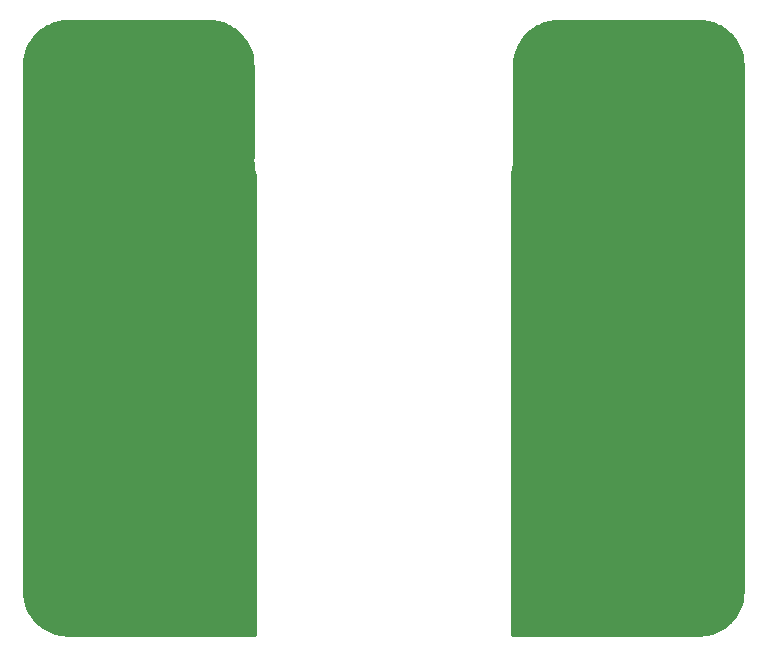
<source format=gbr>
%TF.GenerationSoftware,KiCad,Pcbnew,6.0.2+dfsg-1*%
%TF.CreationDate,2023-05-15T17:13:39+02:00*%
%TF.ProjectId,dclink,64636c69-6e6b-42e6-9b69-6361645f7063,V0*%
%TF.SameCoordinates,Original*%
%TF.FileFunction,Copper,L2,Bot*%
%TF.FilePolarity,Positive*%
%FSLAX46Y46*%
G04 Gerber Fmt 4.6, Leading zero omitted, Abs format (unit mm)*
G04 Created by KiCad (PCBNEW 6.0.2+dfsg-1) date 2023-05-15 17:13:39*
%MOMM*%
%LPD*%
G01*
G04 APERTURE LIST*
%TA.AperFunction,ComponentPad*%
%ADD10C,12.200000*%
%TD*%
%TA.AperFunction,ComponentPad*%
%ADD11C,4.000000*%
%TD*%
%TA.AperFunction,ViaPad*%
%ADD12C,0.800000*%
%TD*%
G04 APERTURE END LIST*
D10*
%TO.P, ,1*%
%TO.N,GND*%
X129350000Y-86000000D03*
%TO.P, ,2*%
%TO.N,VDC*%
X170350000Y-86000000D03*
%TD*%
D11*
%TO.P, ,1,GND*%
%TO.N,VDC*%
X176100000Y-121800000D03*
%TO.P, ,2,GND*%
%TO.N,GND*%
X123600000Y-121800000D03*
%TO.P, ,3,SUP*%
%TO.N,VDC*%
X176100000Y-101800000D03*
%TO.P, ,4,GND*%
%TO.N,GND*%
X123600000Y-101800000D03*
%TD*%
D12*
%TO.N,GND*%
X122390000Y-95545654D03*
X128290000Y-104958699D03*
X123490000Y-117447409D03*
X121100000Y-100797827D03*
X127190000Y-101800425D03*
X127190000Y-97635207D03*
X129590000Y-103883034D03*
X128290000Y-111206526D03*
X129590000Y-112213470D03*
X131990000Y-103887380D03*
X123490000Y-113282191D03*
X131990000Y-124713470D03*
X127190000Y-126791733D03*
X125890000Y-96632609D03*
X130690000Y-121619571D03*
X128290000Y-125784789D03*
X124790000Y-114300425D03*
X122390000Y-128867399D03*
X131990000Y-112217816D03*
X125890000Y-102880436D03*
X121100000Y-119541308D03*
X128290000Y-115371744D03*
X123490000Y-115364800D03*
X127190000Y-116378688D03*
X129590000Y-108048252D03*
X123490000Y-127860455D03*
X121100000Y-123706526D03*
X131990000Y-118465643D03*
X131990000Y-105969989D03*
X130690000Y-127867399D03*
X130690000Y-111206526D03*
X128290000Y-94545654D03*
X131990000Y-128878689D03*
X121100000Y-107045654D03*
X124790000Y-124713470D03*
X128290000Y-123702180D03*
X121100000Y-115376090D03*
X124790000Y-99722162D03*
X122390000Y-116371744D03*
X122390000Y-97628263D03*
X123490000Y-123695236D03*
X130690000Y-102876090D03*
X123490000Y-109116973D03*
X130690000Y-123702180D03*
X123490000Y-125777845D03*
X124790000Y-128878689D03*
X130690000Y-104958699D03*
X131990000Y-99722162D03*
X127190000Y-103883034D03*
X121100000Y-113293481D03*
X128290000Y-119536962D03*
X125890000Y-111210872D03*
X131990000Y-116383034D03*
X127190000Y-128874343D03*
X123490000Y-111199582D03*
X127190000Y-122626515D03*
X127190000Y-114296079D03*
X125890000Y-123706526D03*
X128290000Y-121619571D03*
X121100000Y-94550000D03*
X124790000Y-105969989D03*
X122390000Y-118454353D03*
X128290000Y-107041308D03*
X128290000Y-109123917D03*
X122390000Y-103876090D03*
X127190000Y-112213470D03*
X130690000Y-96628263D03*
X131990000Y-126796079D03*
X130690000Y-94545654D03*
X124790000Y-95556944D03*
X129590000Y-116378688D03*
X131990000Y-108052598D03*
X131990000Y-101804771D03*
X131990000Y-120548252D03*
X125890000Y-117458699D03*
X129590000Y-118461297D03*
X125890000Y-125789135D03*
X123490000Y-119530018D03*
X130690000Y-107041308D03*
X130690000Y-115371744D03*
X124790000Y-110135207D03*
X129590000Y-99717816D03*
X125890000Y-109128263D03*
X122390000Y-110123917D03*
X125890000Y-104963045D03*
X121100000Y-109128263D03*
X121100000Y-117458699D03*
X131990000Y-114300425D03*
X130690000Y-98710872D03*
X125890000Y-121623917D03*
X128290000Y-127867399D03*
X127190000Y-124709124D03*
X127190000Y-99717816D03*
X129590000Y-97635207D03*
X131990000Y-110135207D03*
X125890000Y-119541308D03*
X128290000Y-96628263D03*
X131990000Y-122630861D03*
X123490000Y-104951755D03*
X128290000Y-98710872D03*
X130690000Y-109123917D03*
X128290000Y-100793481D03*
X124790000Y-112217816D03*
X130690000Y-100793481D03*
X129590000Y-110130861D03*
X121100000Y-98715218D03*
X131990000Y-95556944D03*
X122390000Y-105958699D03*
X130690000Y-113289135D03*
X129590000Y-105965643D03*
X121100000Y-102880436D03*
X121100000Y-111210872D03*
X129590000Y-126791733D03*
X129590000Y-95552598D03*
X125890000Y-127871745D03*
X124790000Y-126796079D03*
X123490000Y-96621319D03*
X128290000Y-102876090D03*
X122390000Y-108041308D03*
X127190000Y-120543906D03*
X123490000Y-94538710D03*
X125890000Y-94550000D03*
X124790000Y-118465643D03*
X129590000Y-101800425D03*
X124790000Y-103887380D03*
X129590000Y-124709124D03*
X131990000Y-97639553D03*
X128290000Y-117454353D03*
X121100000Y-125789135D03*
X122390000Y-99710872D03*
X127190000Y-118461297D03*
X129590000Y-120543906D03*
X123490000Y-107034364D03*
X121100000Y-96632609D03*
X125890000Y-100797827D03*
X121100000Y-127871745D03*
X125890000Y-115376090D03*
X129590000Y-114296079D03*
X124790000Y-116383034D03*
X121100000Y-104963045D03*
X122390000Y-126784789D03*
X124790000Y-108052598D03*
X125890000Y-98715218D03*
X122390000Y-112206526D03*
X127190000Y-95552598D03*
X127190000Y-110130861D03*
X127190000Y-105965643D03*
X125890000Y-113293481D03*
X130690000Y-117454353D03*
X125890000Y-107045654D03*
X130690000Y-125784789D03*
X129590000Y-122626515D03*
X130690000Y-119536962D03*
X121100000Y-121623917D03*
X123490000Y-98703928D03*
X128290000Y-113289135D03*
X129590000Y-128874343D03*
X127190000Y-108048252D03*
X124790000Y-97639553D03*
X122390000Y-124702180D03*
X122390000Y-114289135D03*
%TO.N,VDC*%
X167710000Y-97639553D03*
X170110000Y-122626515D03*
X178600000Y-98715218D03*
X170110000Y-95552598D03*
X176210000Y-94538710D03*
X177310000Y-97628263D03*
X174910000Y-105969989D03*
X170110000Y-118461297D03*
X173810000Y-117458699D03*
X178600000Y-117458699D03*
X170110000Y-101800425D03*
X167710000Y-103887380D03*
X178600000Y-109128263D03*
X167710000Y-122630861D03*
X171410000Y-111206526D03*
X171410000Y-107041308D03*
X176210000Y-119530018D03*
X174910000Y-108052598D03*
X174960000Y-128878689D03*
X170110000Y-120543906D03*
X172510000Y-105965643D03*
X169010000Y-125784789D03*
X171410000Y-104958699D03*
X176210000Y-98703928D03*
X167710000Y-114300425D03*
X171410000Y-102876090D03*
X171410000Y-123702180D03*
X170110000Y-126791733D03*
X170110000Y-110130861D03*
X174910000Y-99722162D03*
X171410000Y-100793481D03*
X176210000Y-123695236D03*
X167710000Y-116383034D03*
X167710000Y-101804771D03*
X173810000Y-123706526D03*
X167710000Y-118465643D03*
X167710000Y-110135207D03*
X178600000Y-121623917D03*
X176210000Y-109116973D03*
X177360000Y-128867399D03*
X174910000Y-118465643D03*
X178600000Y-123706526D03*
X170110000Y-116378688D03*
X176210000Y-127860455D03*
X173810000Y-98715218D03*
X173810000Y-119541308D03*
X176210000Y-107034364D03*
X177310000Y-124702180D03*
X167710000Y-105969989D03*
X169010000Y-117454353D03*
X178600000Y-111210872D03*
X167710000Y-120548252D03*
X170110000Y-114296079D03*
X178600000Y-125789135D03*
X169010000Y-104958699D03*
X173810000Y-115376090D03*
X167710000Y-124713470D03*
X171410000Y-127867399D03*
X177310000Y-114289135D03*
X176210000Y-125777845D03*
X177310000Y-103876090D03*
X170110000Y-99717816D03*
X174910000Y-124713470D03*
X170110000Y-103883034D03*
X172510000Y-116378688D03*
X178600000Y-94550000D03*
X173810000Y-104963045D03*
X177310000Y-126784789D03*
X171410000Y-98710872D03*
X169010000Y-121619571D03*
X171410000Y-119536962D03*
X177310000Y-112206526D03*
X172510000Y-95552598D03*
X171410000Y-113289135D03*
X172510000Y-110130861D03*
X176210000Y-104951755D03*
X172510000Y-126791733D03*
X169010000Y-123702180D03*
X167760000Y-128878689D03*
X178600000Y-96632609D03*
X172510000Y-101800425D03*
X173810000Y-125789135D03*
X177310000Y-118454353D03*
X169010000Y-113289135D03*
X167710000Y-126796079D03*
X178600000Y-119541308D03*
X173810000Y-109128263D03*
X177310000Y-105958699D03*
X173810000Y-102880436D03*
X174910000Y-103887380D03*
X174910000Y-112217816D03*
X167710000Y-99722162D03*
X173810000Y-127871745D03*
X172560000Y-128874343D03*
X170110000Y-112213470D03*
X169010000Y-100793481D03*
X178600000Y-104963045D03*
X171410000Y-117454353D03*
X172510000Y-120543906D03*
X169010000Y-127867399D03*
X170110000Y-124709124D03*
X169010000Y-115371744D03*
X173810000Y-107045654D03*
X174910000Y-116383034D03*
X178600000Y-127871745D03*
X171410000Y-115371744D03*
X177310000Y-99710872D03*
X167710000Y-108052598D03*
X174910000Y-95556944D03*
X172510000Y-118461297D03*
X169010000Y-111206526D03*
X171410000Y-96628263D03*
X174910000Y-110135207D03*
X177310000Y-110123917D03*
X178600000Y-113293481D03*
X173810000Y-100797827D03*
X169010000Y-98710872D03*
X177310000Y-116371744D03*
X171410000Y-121619571D03*
X172510000Y-122626515D03*
X178600000Y-100797827D03*
X174910000Y-97639553D03*
X169010000Y-109123917D03*
X176210000Y-115364800D03*
X170110000Y-97635207D03*
X172510000Y-124709124D03*
X170110000Y-108048252D03*
X172510000Y-103883034D03*
X167710000Y-112217816D03*
X176210000Y-96621319D03*
X169010000Y-96628263D03*
X173810000Y-121623917D03*
X167710000Y-95556944D03*
X177310000Y-95545654D03*
X174910000Y-114300425D03*
X176210000Y-117447409D03*
X172510000Y-97635207D03*
X173810000Y-96632609D03*
X176210000Y-111199582D03*
X170110000Y-105965643D03*
X176210000Y-113282191D03*
X178600000Y-115376090D03*
X169010000Y-102876090D03*
X177310000Y-108041308D03*
X171410000Y-125784789D03*
X178600000Y-107045654D03*
X169010000Y-107041308D03*
X174910000Y-126796079D03*
X173810000Y-113293481D03*
X170160000Y-128874343D03*
X172510000Y-114296079D03*
X171410000Y-94545654D03*
X178600000Y-102880436D03*
X172510000Y-112213470D03*
X173810000Y-94550000D03*
X169010000Y-94545654D03*
X173810000Y-111210872D03*
X169010000Y-119536962D03*
X171410000Y-109123917D03*
X172510000Y-99717816D03*
X172510000Y-108048252D03*
%TD*%
%TA.AperFunction,Conductor*%
%TO.N,VDC*%
G36*
X176580182Y-78701953D02*
G01*
X176585813Y-78701963D01*
X176599642Y-78705143D01*
X176613482Y-78702011D01*
X176627670Y-78702036D01*
X176627669Y-78702435D01*
X176635577Y-78701748D01*
X176769159Y-78708310D01*
X176966287Y-78717994D01*
X176978583Y-78719205D01*
X177335219Y-78772108D01*
X177347341Y-78774518D01*
X177448660Y-78799897D01*
X177697076Y-78862123D01*
X177708908Y-78865712D01*
X178048369Y-78987173D01*
X178059793Y-78991905D01*
X178238922Y-79076626D01*
X178385718Y-79146055D01*
X178396619Y-79151882D01*
X178705861Y-79337235D01*
X178716142Y-79344105D01*
X179005722Y-79558873D01*
X179015280Y-79566717D01*
X179282419Y-79808837D01*
X179291163Y-79817581D01*
X179533283Y-80084720D01*
X179541127Y-80094278D01*
X179755895Y-80383858D01*
X179762765Y-80394139D01*
X179948118Y-80703381D01*
X179953947Y-80714286D01*
X180108095Y-81040207D01*
X180112827Y-81051631D01*
X180234288Y-81391092D01*
X180237877Y-81402924D01*
X180325481Y-81752656D01*
X180327892Y-81764781D01*
X180379407Y-82112059D01*
X180380794Y-82121412D01*
X180382006Y-82133718D01*
X180398224Y-82463857D01*
X180397535Y-82471624D01*
X180398062Y-82471625D01*
X180398037Y-82485812D01*
X180394857Y-82499642D01*
X180397989Y-82513482D01*
X180397980Y-82518372D01*
X180400000Y-82536448D01*
X180400000Y-127062976D01*
X180398047Y-127080182D01*
X180398037Y-127085813D01*
X180394857Y-127099642D01*
X180397989Y-127113482D01*
X180397964Y-127127670D01*
X180397565Y-127127669D01*
X180398252Y-127135577D01*
X180382006Y-127466282D01*
X180380795Y-127478583D01*
X180327893Y-127835216D01*
X180325481Y-127847344D01*
X180237877Y-128197076D01*
X180234288Y-128208908D01*
X180112827Y-128548369D01*
X180108095Y-128559793D01*
X179953947Y-128885714D01*
X179948118Y-128896619D01*
X179762765Y-129205861D01*
X179755895Y-129216142D01*
X179541127Y-129505722D01*
X179533283Y-129515280D01*
X179291163Y-129782419D01*
X179282419Y-129791163D01*
X179015280Y-130033283D01*
X179005722Y-130041127D01*
X178716142Y-130255895D01*
X178705861Y-130262765D01*
X178396619Y-130448118D01*
X178385718Y-130453945D01*
X178238922Y-130523374D01*
X178059793Y-130608095D01*
X178048369Y-130612827D01*
X177708908Y-130734288D01*
X177697076Y-130737877D01*
X177448660Y-130800103D01*
X177347341Y-130825482D01*
X177335219Y-130827892D01*
X176978583Y-130880795D01*
X176966287Y-130882005D01*
X176790389Y-130890647D01*
X176636143Y-130898224D01*
X176628376Y-130897535D01*
X176628375Y-130898062D01*
X176614188Y-130898037D01*
X176600358Y-130894857D01*
X176586518Y-130897989D01*
X176581628Y-130897980D01*
X176563552Y-130900000D01*
X160734494Y-130900000D01*
X160666373Y-130879998D01*
X160619880Y-130826342D01*
X160608494Y-130774028D01*
X160608487Y-130737877D01*
X160604955Y-114644803D01*
X160599942Y-91802593D01*
X160606474Y-91762524D01*
X160643053Y-91653384D01*
X160643053Y-91653382D01*
X160643982Y-91650612D01*
X160732897Y-91272572D01*
X160786550Y-90887941D01*
X160804281Y-90504430D01*
X160804835Y-90504456D01*
X160804653Y-90502827D01*
X160805142Y-90500716D01*
X160805143Y-90500000D01*
X160803154Y-90491282D01*
X160800000Y-90463267D01*
X160800000Y-82537312D01*
X160803254Y-82508860D01*
X160805142Y-82500716D01*
X160805143Y-82500000D01*
X160803560Y-82493063D01*
X160802769Y-82485990D01*
X160803674Y-82485889D01*
X160801761Y-82464138D01*
X160817994Y-82133717D01*
X160819206Y-82121412D01*
X160820594Y-82112059D01*
X160872108Y-81764781D01*
X160874519Y-81752656D01*
X160962123Y-81402924D01*
X160965712Y-81391092D01*
X161087173Y-81051631D01*
X161091905Y-81040207D01*
X161246053Y-80714286D01*
X161251882Y-80703381D01*
X161437235Y-80394139D01*
X161444105Y-80383858D01*
X161658873Y-80094278D01*
X161666717Y-80084720D01*
X161908837Y-79817581D01*
X161917581Y-79808837D01*
X162184720Y-79566717D01*
X162194278Y-79558873D01*
X162483858Y-79344105D01*
X162494139Y-79337235D01*
X162803381Y-79151882D01*
X162814282Y-79146055D01*
X162961078Y-79076626D01*
X163140207Y-78991905D01*
X163151631Y-78987173D01*
X163491092Y-78865712D01*
X163502924Y-78862123D01*
X163751340Y-78799897D01*
X163852659Y-78774518D01*
X163864781Y-78772108D01*
X164221417Y-78719205D01*
X164233713Y-78717995D01*
X164409611Y-78709353D01*
X164563857Y-78701776D01*
X164571624Y-78702465D01*
X164571625Y-78701938D01*
X164585812Y-78701963D01*
X164599642Y-78705143D01*
X164613482Y-78702011D01*
X164618372Y-78702020D01*
X164636448Y-78700000D01*
X176562976Y-78700000D01*
X176580182Y-78701953D01*
G37*
%TD.AperFunction*%
%TD*%
%TA.AperFunction,Conductor*%
%TO.N,GND*%
G36*
X135080182Y-78701953D02*
G01*
X135085813Y-78701963D01*
X135099642Y-78705143D01*
X135113482Y-78702011D01*
X135127670Y-78702036D01*
X135127669Y-78702435D01*
X135135577Y-78701748D01*
X135269159Y-78708310D01*
X135466287Y-78717994D01*
X135478583Y-78719205D01*
X135835219Y-78772108D01*
X135847341Y-78774518D01*
X135948660Y-78799897D01*
X136197076Y-78862123D01*
X136208908Y-78865712D01*
X136548369Y-78987173D01*
X136559793Y-78991905D01*
X136738922Y-79076626D01*
X136885718Y-79146055D01*
X136896619Y-79151882D01*
X137205861Y-79337235D01*
X137216142Y-79344105D01*
X137505722Y-79558873D01*
X137515280Y-79566717D01*
X137782419Y-79808837D01*
X137791163Y-79817581D01*
X138033283Y-80084720D01*
X138041127Y-80094278D01*
X138255895Y-80383858D01*
X138262765Y-80394139D01*
X138448118Y-80703381D01*
X138453947Y-80714286D01*
X138608095Y-81040207D01*
X138612827Y-81051631D01*
X138734288Y-81391092D01*
X138737877Y-81402924D01*
X138825481Y-81752656D01*
X138827892Y-81764781D01*
X138879407Y-82112059D01*
X138880794Y-82121412D01*
X138882006Y-82133718D01*
X138898224Y-82463857D01*
X138897535Y-82471624D01*
X138898062Y-82471625D01*
X138898037Y-82485812D01*
X138894857Y-82499642D01*
X138897989Y-82513482D01*
X138897980Y-82518372D01*
X138900000Y-82536448D01*
X138900000Y-90462976D01*
X138898047Y-90480181D01*
X138898037Y-90485812D01*
X138894857Y-90499642D01*
X138895662Y-90503199D01*
X138896215Y-90515163D01*
X138896215Y-90515164D01*
X138896388Y-90518895D01*
X138913450Y-90887941D01*
X138967103Y-91272572D01*
X139056018Y-91650612D01*
X139056945Y-91653377D01*
X139124640Y-91855352D01*
X139131172Y-91895494D01*
X139100259Y-130774100D01*
X139080203Y-130842205D01*
X139026510Y-130888655D01*
X138974259Y-130900000D01*
X123137024Y-130900000D01*
X123119818Y-130898047D01*
X123114187Y-130898037D01*
X123100358Y-130894857D01*
X123086518Y-130897989D01*
X123072330Y-130897964D01*
X123072331Y-130897565D01*
X123064423Y-130898252D01*
X122930841Y-130891690D01*
X122733713Y-130882006D01*
X122721417Y-130880795D01*
X122364781Y-130827892D01*
X122352659Y-130825482D01*
X122251340Y-130800103D01*
X122002924Y-130737877D01*
X121991092Y-130734288D01*
X121651631Y-130612827D01*
X121640207Y-130608095D01*
X121461078Y-130523374D01*
X121314282Y-130453945D01*
X121303381Y-130448118D01*
X120994139Y-130262765D01*
X120983858Y-130255895D01*
X120694278Y-130041127D01*
X120684720Y-130033283D01*
X120417581Y-129791163D01*
X120408837Y-129782419D01*
X120166717Y-129515280D01*
X120158873Y-129505722D01*
X119944105Y-129216142D01*
X119937235Y-129205861D01*
X119751882Y-128896619D01*
X119746053Y-128885714D01*
X119591905Y-128559793D01*
X119587173Y-128548369D01*
X119465712Y-128208908D01*
X119462123Y-128197076D01*
X119374519Y-127847344D01*
X119372107Y-127835216D01*
X119319205Y-127478583D01*
X119317994Y-127466283D01*
X119301789Y-127136429D01*
X119303723Y-127114876D01*
X119302714Y-127114760D01*
X119303530Y-127107671D01*
X119305142Y-127100716D01*
X119305143Y-127100000D01*
X119303154Y-127091282D01*
X119300000Y-127063267D01*
X119300000Y-82537312D01*
X119303254Y-82508860D01*
X119305142Y-82500716D01*
X119305143Y-82500000D01*
X119303560Y-82493063D01*
X119302769Y-82485990D01*
X119303674Y-82485889D01*
X119301761Y-82464138D01*
X119317994Y-82133717D01*
X119319206Y-82121412D01*
X119320594Y-82112059D01*
X119372108Y-81764781D01*
X119374519Y-81752656D01*
X119462123Y-81402924D01*
X119465712Y-81391092D01*
X119587173Y-81051631D01*
X119591905Y-81040207D01*
X119746053Y-80714286D01*
X119751882Y-80703381D01*
X119937235Y-80394139D01*
X119944105Y-80383858D01*
X120158873Y-80094278D01*
X120166717Y-80084720D01*
X120408837Y-79817581D01*
X120417581Y-79808837D01*
X120684720Y-79566717D01*
X120694278Y-79558873D01*
X120983858Y-79344105D01*
X120994139Y-79337235D01*
X121303381Y-79151882D01*
X121314282Y-79146055D01*
X121461078Y-79076626D01*
X121640207Y-78991905D01*
X121651631Y-78987173D01*
X121991092Y-78865712D01*
X122002924Y-78862123D01*
X122251340Y-78799897D01*
X122352659Y-78774518D01*
X122364781Y-78772108D01*
X122721417Y-78719205D01*
X122733713Y-78717995D01*
X122909611Y-78709353D01*
X123063857Y-78701776D01*
X123071624Y-78702465D01*
X123071625Y-78701938D01*
X123085812Y-78701963D01*
X123099642Y-78705143D01*
X123113482Y-78702011D01*
X123118372Y-78702020D01*
X123136448Y-78700000D01*
X135062976Y-78700000D01*
X135080182Y-78701953D01*
G37*
%TD.AperFunction*%
%TD*%
M02*

</source>
